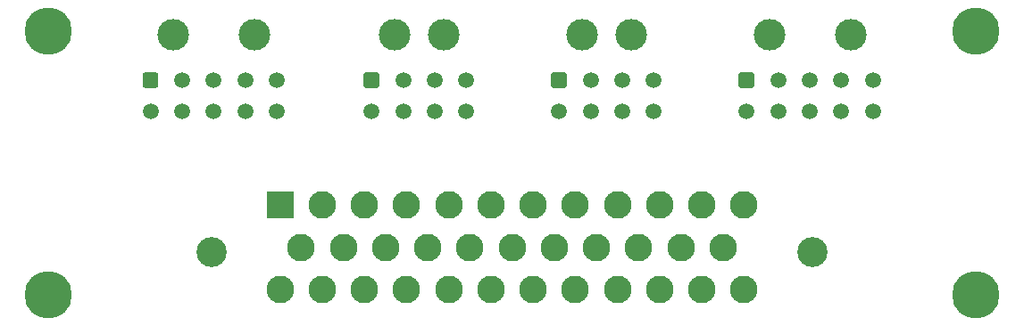
<source format=gbr>
%TF.GenerationSoftware,KiCad,Pcbnew,(5.1.10)-1*%
%TF.CreationDate,2022-05-18T10:51:57+03:00*%
%TF.ProjectId,Connector,436f6e6e-6563-4746-9f72-2e6b69636164,A*%
%TF.SameCoordinates,Original*%
%TF.FileFunction,Soldermask,Top*%
%TF.FilePolarity,Negative*%
%FSLAX46Y46*%
G04 Gerber Fmt 4.6, Leading zero omitted, Abs format (unit mm)*
G04 Created by KiCad (PCBNEW (5.1.10)-1) date 2022-05-18 10:51:57*
%MOMM*%
%LPD*%
G01*
G04 APERTURE LIST*
%ADD10C,2.625000*%
%ADD11R,2.625000X2.625000*%
%ADD12C,2.850000*%
%ADD13C,1.500000*%
%ADD14C,3.000000*%
%ADD15C,4.500000*%
G04 APERTURE END LIST*
D10*
%TO.C,J1*%
X151500000Y-129500000D03*
X147500000Y-129500000D03*
X143500000Y-129500000D03*
X139500000Y-129500000D03*
X135500000Y-129500000D03*
X131500000Y-129500000D03*
X127500000Y-129500000D03*
X123500000Y-129500000D03*
X119500000Y-129500000D03*
X115500000Y-129500000D03*
X111500000Y-129500000D03*
X107500000Y-129500000D03*
X149500000Y-125500000D03*
X145500000Y-125500000D03*
X141500000Y-125500000D03*
X137500000Y-125500000D03*
X133500000Y-125500000D03*
X129500000Y-125500000D03*
X125500000Y-125500000D03*
X121500000Y-125500000D03*
X117500000Y-125500000D03*
X113500000Y-125500000D03*
X109500000Y-125500000D03*
X151500000Y-121500000D03*
X147500000Y-121500000D03*
X143500000Y-121500000D03*
X139500000Y-121500000D03*
X135500000Y-121500000D03*
X131500000Y-121500000D03*
X127500000Y-121500000D03*
X123500000Y-121500000D03*
X119500000Y-121500000D03*
X115500000Y-121500000D03*
X111500000Y-121500000D03*
D11*
X107500000Y-121500000D03*
D12*
X158000000Y-126000000D03*
X101000000Y-126000000D03*
%TD*%
D13*
%TO.C,J4*%
X142945000Y-112625000D03*
X139945000Y-112625000D03*
X136945000Y-112625000D03*
X133945000Y-112625000D03*
X142945000Y-109625000D03*
X139945000Y-109625000D03*
X136945000Y-109625000D03*
G36*
G01*
X133195000Y-110125000D02*
X133195000Y-109125000D01*
G75*
G02*
X133445000Y-108875000I250000J0D01*
G01*
X134445000Y-108875000D01*
G75*
G02*
X134695000Y-109125000I0J-250000D01*
G01*
X134695000Y-110125000D01*
G75*
G02*
X134445000Y-110375000I-250000J0D01*
G01*
X133445000Y-110375000D01*
G75*
G02*
X133195000Y-110125000I0J250000D01*
G01*
G37*
D14*
X140805000Y-105305000D03*
X136105000Y-105305000D03*
%TD*%
D13*
%TO.C,J3*%
X125165000Y-112625000D03*
X122165000Y-112625000D03*
X119165000Y-112625000D03*
X116165000Y-112625000D03*
X125165000Y-109625000D03*
X122165000Y-109625000D03*
X119165000Y-109625000D03*
G36*
G01*
X115415000Y-110125000D02*
X115415000Y-109125000D01*
G75*
G02*
X115665000Y-108875000I250000J0D01*
G01*
X116665000Y-108875000D01*
G75*
G02*
X116915000Y-109125000I0J-250000D01*
G01*
X116915000Y-110125000D01*
G75*
G02*
X116665000Y-110375000I-250000J0D01*
G01*
X115665000Y-110375000D01*
G75*
G02*
X115415000Y-110125000I0J250000D01*
G01*
G37*
D14*
X123025000Y-105305000D03*
X118325000Y-105305000D03*
%TD*%
D15*
%TO.C,H2*%
X85500000Y-130000000D03*
%TD*%
D13*
%TO.C,J5*%
X163725000Y-112625000D03*
X160725000Y-112625000D03*
X157725000Y-112625000D03*
X154725000Y-112625000D03*
X151725000Y-112625000D03*
X163725000Y-109625000D03*
X160725000Y-109625000D03*
X157725000Y-109625000D03*
X154725000Y-109625000D03*
G36*
G01*
X150975000Y-110125000D02*
X150975000Y-109125000D01*
G75*
G02*
X151225000Y-108875000I250000J0D01*
G01*
X152225000Y-108875000D01*
G75*
G02*
X152475000Y-109125000I0J-250000D01*
G01*
X152475000Y-110125000D01*
G75*
G02*
X152225000Y-110375000I-250000J0D01*
G01*
X151225000Y-110375000D01*
G75*
G02*
X150975000Y-110125000I0J250000D01*
G01*
G37*
D14*
X161585000Y-105305000D03*
X153885000Y-105305000D03*
%TD*%
D13*
%TO.C,J2*%
X107210000Y-112625000D03*
X104210000Y-112625000D03*
X101210000Y-112625000D03*
X98210000Y-112625000D03*
X95210000Y-112625000D03*
X107210000Y-109625000D03*
X104210000Y-109625000D03*
X101210000Y-109625000D03*
X98210000Y-109625000D03*
G36*
G01*
X94460000Y-110125000D02*
X94460000Y-109125000D01*
G75*
G02*
X94710000Y-108875000I250000J0D01*
G01*
X95710000Y-108875000D01*
G75*
G02*
X95960000Y-109125000I0J-250000D01*
G01*
X95960000Y-110125000D01*
G75*
G02*
X95710000Y-110375000I-250000J0D01*
G01*
X94710000Y-110375000D01*
G75*
G02*
X94460000Y-110125000I0J250000D01*
G01*
G37*
D14*
X105070000Y-105305000D03*
X97370000Y-105305000D03*
%TD*%
D15*
%TO.C,H4*%
X173500000Y-130000000D03*
%TD*%
%TO.C,H3*%
X173500000Y-105000000D03*
%TD*%
%TO.C,H1*%
X85500000Y-105000000D03*
%TD*%
M02*

</source>
